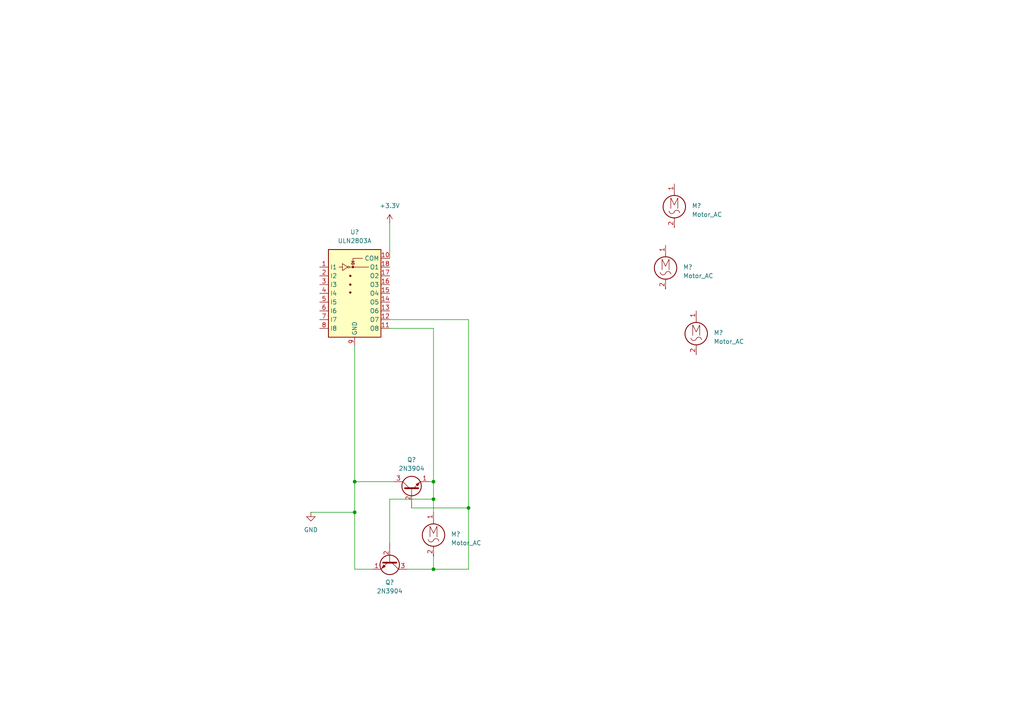
<source format=kicad_sch>
(kicad_sch (version 20211123) (generator eeschema)

  (uuid b3bf8c01-edc8-411f-a44e-476c60e777be)

  (paper "A4")

  (lib_symbols
    (symbol "Motor:Motor_AC" (pin_names (offset 0)) (in_bom yes) (on_board yes)
      (property "Reference" "M" (id 0) (at 2.54 2.54 0)
        (effects (font (size 1.27 1.27)) (justify left))
      )
      (property "Value" "Motor_AC" (id 1) (at 2.54 -5.08 0)
        (effects (font (size 1.27 1.27)) (justify left top))
      )
      (property "Footprint" "" (id 2) (at 0 -2.286 0)
        (effects (font (size 1.27 1.27)) hide)
      )
      (property "Datasheet" "~" (id 3) (at 0 -2.286 0)
        (effects (font (size 1.27 1.27)) hide)
      )
      (property "ki_keywords" "AC Motor" (id 4) (at 0 0 0)
        (effects (font (size 1.27 1.27)) hide)
      )
      (property "ki_description" "AC Motor" (id 5) (at 0 0 0)
        (effects (font (size 1.27 1.27)) hide)
      )
      (property "ki_fp_filters" "PinHeader*P2.54mm* TerminalBlock*" (id 6) (at 0 0 0)
        (effects (font (size 1.27 1.27)) hide)
      )
      (symbol "Motor_AC_0_0"
        (arc (start -1.524 -2.794) (mid -0.8654 -3.5217) (end 0 -3.048)
          (stroke (width 0) (type default) (color 0 0 0 0))
          (fill (type none))
        )
        (polyline
          (pts
            (xy -1.016 -2.032)
            (xy -1.016 1.016)
            (xy 0 -1.016)
            (xy 1.016 1.016)
            (xy 1.016 -2.032)
          )
          (stroke (width 0) (type default) (color 0 0 0 0))
          (fill (type none))
        )
        (arc (start 1.524 -3.302) (mid 0.85 -2.5503) (end 0 -3.048)
          (stroke (width 0) (type default) (color 0 0 0 0))
          (fill (type none))
        )
      )
      (symbol "Motor_AC_0_1"
        (circle (center 0 -1.524) (radius 3.2512)
          (stroke (width 0.254) (type default) (color 0 0 0 0))
          (fill (type none))
        )
        (polyline
          (pts
            (xy 0 -7.62)
            (xy 0 -7.112)
          )
          (stroke (width 0) (type default) (color 0 0 0 0))
          (fill (type none))
        )
        (polyline
          (pts
            (xy 0 -4.7752)
            (xy 0 -5.1816)
          )
          (stroke (width 0) (type default) (color 0 0 0 0))
          (fill (type none))
        )
        (polyline
          (pts
            (xy 0 1.7272)
            (xy 0 2.0828)
          )
          (stroke (width 0) (type default) (color 0 0 0 0))
          (fill (type none))
        )
        (polyline
          (pts
            (xy 0 2.032)
            (xy 0 2.54)
          )
          (stroke (width 0) (type default) (color 0 0 0 0))
          (fill (type none))
        )
      )
      (symbol "Motor_AC_1_1"
        (pin passive line (at 0 5.08 270) (length 2.54)
          (name "~" (effects (font (size 1.27 1.27))))
          (number "1" (effects (font (size 1.27 1.27))))
        )
        (pin passive line (at 0 -7.62 90) (length 2.54)
          (name "~" (effects (font (size 1.27 1.27))))
          (number "2" (effects (font (size 1.27 1.27))))
        )
      )
    )
    (symbol "Transistor_Array:ULN2803A" (in_bom yes) (on_board yes)
      (property "Reference" "U" (id 0) (at 0 13.335 0)
        (effects (font (size 1.27 1.27)))
      )
      (property "Value" "ULN2803A" (id 1) (at 0 11.43 0)
        (effects (font (size 1.27 1.27)))
      )
      (property "Footprint" "" (id 2) (at 1.27 -16.51 0)
        (effects (font (size 1.27 1.27)) (justify left) hide)
      )
      (property "Datasheet" "http://www.ti.com/lit/ds/symlink/uln2803a.pdf" (id 3) (at 2.54 -5.08 0)
        (effects (font (size 1.27 1.27)) hide)
      )
      (property "ki_keywords" "Darlington transistor array" (id 4) (at 0 0 0)
        (effects (font (size 1.27 1.27)) hide)
      )
      (property "ki_description" "Darlington Transistor Arrays, SOIC18/DIP18" (id 5) (at 0 0 0)
        (effects (font (size 1.27 1.27)) hide)
      )
      (property "ki_fp_filters" "DIP*W7.62mm* SOIC*7.5x11.6mm*P1.27mm*" (id 6) (at 0 0 0)
        (effects (font (size 1.27 1.27)) hide)
      )
      (symbol "ULN2803A_0_1"
        (rectangle (start -7.62 -15.24) (end 7.62 10.16)
          (stroke (width 0.254) (type default) (color 0 0 0 0))
          (fill (type background))
        )
        (circle (center -1.778 5.08) (radius 0.254)
          (stroke (width 0) (type default) (color 0 0 0 0))
          (fill (type none))
        )
        (circle (center -1.27 -2.286) (radius 0.254)
          (stroke (width 0) (type default) (color 0 0 0 0))
          (fill (type outline))
        )
        (circle (center -1.27 0) (radius 0.254)
          (stroke (width 0) (type default) (color 0 0 0 0))
          (fill (type outline))
        )
        (circle (center -1.27 2.54) (radius 0.254)
          (stroke (width 0) (type default) (color 0 0 0 0))
          (fill (type outline))
        )
        (circle (center -0.508 5.08) (radius 0.254)
          (stroke (width 0) (type default) (color 0 0 0 0))
          (fill (type outline))
        )
        (polyline
          (pts
            (xy -4.572 5.08)
            (xy -3.556 5.08)
          )
          (stroke (width 0) (type default) (color 0 0 0 0))
          (fill (type none))
        )
        (polyline
          (pts
            (xy -1.524 5.08)
            (xy 4.064 5.08)
          )
          (stroke (width 0) (type default) (color 0 0 0 0))
          (fill (type none))
        )
        (polyline
          (pts
            (xy 0 6.731)
            (xy -1.016 6.731)
          )
          (stroke (width 0) (type default) (color 0 0 0 0))
          (fill (type none))
        )
        (polyline
          (pts
            (xy -0.508 5.08)
            (xy -0.508 7.62)
            (xy 2.286 7.62)
          )
          (stroke (width 0) (type default) (color 0 0 0 0))
          (fill (type none))
        )
        (polyline
          (pts
            (xy -3.556 6.096)
            (xy -3.556 4.064)
            (xy -2.032 5.08)
            (xy -3.556 6.096)
          )
          (stroke (width 0) (type default) (color 0 0 0 0))
          (fill (type none))
        )
        (polyline
          (pts
            (xy 0 5.969)
            (xy -1.016 5.969)
            (xy -0.508 6.731)
            (xy 0 5.969)
          )
          (stroke (width 0) (type default) (color 0 0 0 0))
          (fill (type none))
        )
      )
      (symbol "ULN2803A_1_1"
        (pin input line (at -10.16 5.08 0) (length 2.54)
          (name "I1" (effects (font (size 1.27 1.27))))
          (number "1" (effects (font (size 1.27 1.27))))
        )
        (pin passive line (at 10.16 7.62 180) (length 2.54)
          (name "COM" (effects (font (size 1.27 1.27))))
          (number "10" (effects (font (size 1.27 1.27))))
        )
        (pin open_collector line (at 10.16 -12.7 180) (length 2.54)
          (name "O8" (effects (font (size 1.27 1.27))))
          (number "11" (effects (font (size 1.27 1.27))))
        )
        (pin open_collector line (at 10.16 -10.16 180) (length 2.54)
          (name "O7" (effects (font (size 1.27 1.27))))
          (number "12" (effects (font (size 1.27 1.27))))
        )
        (pin open_collector line (at 10.16 -7.62 180) (length 2.54)
          (name "O6" (effects (font (size 1.27 1.27))))
          (number "13" (effects (font (size 1.27 1.27))))
        )
        (pin open_collector line (at 10.16 -5.08 180) (length 2.54)
          (name "O5" (effects (font (size 1.27 1.27))))
          (number "14" (effects (font (size 1.27 1.27))))
        )
        (pin open_collector line (at 10.16 -2.54 180) (length 2.54)
          (name "O4" (effects (font (size 1.27 1.27))))
          (number "15" (effects (font (size 1.27 1.27))))
        )
        (pin open_collector line (at 10.16 0 180) (length 2.54)
          (name "O3" (effects (font (size 1.27 1.27))))
          (number "16" (effects (font (size 1.27 1.27))))
        )
        (pin open_collector line (at 10.16 2.54 180) (length 2.54)
          (name "O2" (effects (font (size 1.27 1.27))))
          (number "17" (effects (font (size 1.27 1.27))))
        )
        (pin open_collector line (at 10.16 5.08 180) (length 2.54)
          (name "O1" (effects (font (size 1.27 1.27))))
          (number "18" (effects (font (size 1.27 1.27))))
        )
        (pin input line (at -10.16 2.54 0) (length 2.54)
          (name "I2" (effects (font (size 1.27 1.27))))
          (number "2" (effects (font (size 1.27 1.27))))
        )
        (pin input line (at -10.16 0 0) (length 2.54)
          (name "I3" (effects (font (size 1.27 1.27))))
          (number "3" (effects (font (size 1.27 1.27))))
        )
        (pin input line (at -10.16 -2.54 0) (length 2.54)
          (name "I4" (effects (font (size 1.27 1.27))))
          (number "4" (effects (font (size 1.27 1.27))))
        )
        (pin input line (at -10.16 -5.08 0) (length 2.54)
          (name "I5" (effects (font (size 1.27 1.27))))
          (number "5" (effects (font (size 1.27 1.27))))
        )
        (pin input line (at -10.16 -7.62 0) (length 2.54)
          (name "I6" (effects (font (size 1.27 1.27))))
          (number "6" (effects (font (size 1.27 1.27))))
        )
        (pin input line (at -10.16 -10.16 0) (length 2.54)
          (name "I7" (effects (font (size 1.27 1.27))))
          (number "7" (effects (font (size 1.27 1.27))))
        )
        (pin input line (at -10.16 -12.7 0) (length 2.54)
          (name "I8" (effects (font (size 1.27 1.27))))
          (number "8" (effects (font (size 1.27 1.27))))
        )
        (pin power_in line (at 0 -17.78 90) (length 2.54)
          (name "GND" (effects (font (size 1.27 1.27))))
          (number "9" (effects (font (size 1.27 1.27))))
        )
      )
    )
    (symbol "Transistor_BJT:2N3904" (pin_names (offset 0) hide) (in_bom yes) (on_board yes)
      (property "Reference" "Q" (id 0) (at 5.08 1.905 0)
        (effects (font (size 1.27 1.27)) (justify left))
      )
      (property "Value" "2N3904" (id 1) (at 5.08 0 0)
        (effects (font (size 1.27 1.27)) (justify left))
      )
      (property "Footprint" "Package_TO_SOT_THT:TO-92_Inline" (id 2) (at 5.08 -1.905 0)
        (effects (font (size 1.27 1.27) italic) (justify left) hide)
      )
      (property "Datasheet" "https://www.onsemi.com/pub/Collateral/2N3903-D.PDF" (id 3) (at 0 0 0)
        (effects (font (size 1.27 1.27)) (justify left) hide)
      )
      (property "ki_keywords" "NPN Transistor" (id 4) (at 0 0 0)
        (effects (font (size 1.27 1.27)) hide)
      )
      (property "ki_description" "0.2A Ic, 40V Vce, Small Signal NPN Transistor, TO-92" (id 5) (at 0 0 0)
        (effects (font (size 1.27 1.27)) hide)
      )
      (property "ki_fp_filters" "TO?92*" (id 6) (at 0 0 0)
        (effects (font (size 1.27 1.27)) hide)
      )
      (symbol "2N3904_0_1"
        (polyline
          (pts
            (xy 0.635 0.635)
            (xy 2.54 2.54)
          )
          (stroke (width 0) (type default) (color 0 0 0 0))
          (fill (type none))
        )
        (polyline
          (pts
            (xy 0.635 -0.635)
            (xy 2.54 -2.54)
            (xy 2.54 -2.54)
          )
          (stroke (width 0) (type default) (color 0 0 0 0))
          (fill (type none))
        )
        (polyline
          (pts
            (xy 0.635 1.905)
            (xy 0.635 -1.905)
            (xy 0.635 -1.905)
          )
          (stroke (width 0.508) (type default) (color 0 0 0 0))
          (fill (type none))
        )
        (polyline
          (pts
            (xy 1.27 -1.778)
            (xy 1.778 -1.27)
            (xy 2.286 -2.286)
            (xy 1.27 -1.778)
            (xy 1.27 -1.778)
          )
          (stroke (width 0) (type default) (color 0 0 0 0))
          (fill (type outline))
        )
        (circle (center 1.27 0) (radius 2.8194)
          (stroke (width 0.254) (type default) (color 0 0 0 0))
          (fill (type none))
        )
      )
      (symbol "2N3904_1_1"
        (pin passive line (at 2.54 -5.08 90) (length 2.54)
          (name "E" (effects (font (size 1.27 1.27))))
          (number "1" (effects (font (size 1.27 1.27))))
        )
        (pin passive line (at -5.08 0 0) (length 5.715)
          (name "B" (effects (font (size 1.27 1.27))))
          (number "2" (effects (font (size 1.27 1.27))))
        )
        (pin passive line (at 2.54 5.08 270) (length 2.54)
          (name "C" (effects (font (size 1.27 1.27))))
          (number "3" (effects (font (size 1.27 1.27))))
        )
      )
    )
    (symbol "power:+3.3V" (power) (pin_names (offset 0)) (in_bom yes) (on_board yes)
      (property "Reference" "#PWR" (id 0) (at 0 -3.81 0)
        (effects (font (size 1.27 1.27)) hide)
      )
      (property "Value" "+3.3V" (id 1) (at 0 3.556 0)
        (effects (font (size 1.27 1.27)))
      )
      (property "Footprint" "" (id 2) (at 0 0 0)
        (effects (font (size 1.27 1.27)) hide)
      )
      (property "Datasheet" "" (id 3) (at 0 0 0)
        (effects (font (size 1.27 1.27)) hide)
      )
      (property "ki_keywords" "global power" (id 4) (at 0 0 0)
        (effects (font (size 1.27 1.27)) hide)
      )
      (property "ki_description" "Power symbol creates a global label with name \"+3.3V\"" (id 5) (at 0 0 0)
        (effects (font (size 1.27 1.27)) hide)
      )
      (symbol "+3.3V_0_1"
        (polyline
          (pts
            (xy -0.762 1.27)
            (xy 0 2.54)
          )
          (stroke (width 0) (type default) (color 0 0 0 0))
          (fill (type none))
        )
        (polyline
          (pts
            (xy 0 0)
            (xy 0 2.54)
          )
          (stroke (width 0) (type default) (color 0 0 0 0))
          (fill (type none))
        )
        (polyline
          (pts
            (xy 0 2.54)
            (xy 0.762 1.27)
          )
          (stroke (width 0) (type default) (color 0 0 0 0))
          (fill (type none))
        )
      )
      (symbol "+3.3V_1_1"
        (pin power_in line (at 0 0 90) (length 0) hide
          (name "+3.3V" (effects (font (size 1.27 1.27))))
          (number "1" (effects (font (size 1.27 1.27))))
        )
      )
    )
    (symbol "power:GND" (power) (pin_names (offset 0)) (in_bom yes) (on_board yes)
      (property "Reference" "#PWR" (id 0) (at 0 -6.35 0)
        (effects (font (size 1.27 1.27)) hide)
      )
      (property "Value" "GND" (id 1) (at 0 -3.81 0)
        (effects (font (size 1.27 1.27)))
      )
      (property "Footprint" "" (id 2) (at 0 0 0)
        (effects (font (size 1.27 1.27)) hide)
      )
      (property "Datasheet" "" (id 3) (at 0 0 0)
        (effects (font (size 1.27 1.27)) hide)
      )
      (property "ki_keywords" "global power" (id 4) (at 0 0 0)
        (effects (font (size 1.27 1.27)) hide)
      )
      (property "ki_description" "Power symbol creates a global label with name \"GND\" , ground" (id 5) (at 0 0 0)
        (effects (font (size 1.27 1.27)) hide)
      )
      (symbol "GND_0_1"
        (polyline
          (pts
            (xy 0 0)
            (xy 0 -1.27)
            (xy 1.27 -1.27)
            (xy 0 -2.54)
            (xy -1.27 -1.27)
            (xy 0 -1.27)
          )
          (stroke (width 0) (type default) (color 0 0 0 0))
          (fill (type none))
        )
      )
      (symbol "GND_1_1"
        (pin power_in line (at 0 0 270) (length 0) hide
          (name "GND" (effects (font (size 1.27 1.27))))
          (number "1" (effects (font (size 1.27 1.27))))
        )
      )
    )
  )

  (junction (at 102.87 139.7) (diameter 0) (color 0 0 0 0)
    (uuid 35bca576-49c4-4123-bb5b-d362a74ac9c2)
  )
  (junction (at 125.73 144.78) (diameter 0) (color 0 0 0 0)
    (uuid 60c93914-4d7a-4a37-904c-8138e8206c6d)
  )
  (junction (at 102.87 148.59) (diameter 0) (color 0 0 0 0)
    (uuid 97d432d8-3616-4add-a98b-3ca39ed00344)
  )
  (junction (at 135.89 147.32) (diameter 0) (color 0 0 0 0)
    (uuid 9e5722b8-8eba-4185-be6a-4ac278798d1d)
  )
  (junction (at 125.73 165.1) (diameter 0) (color 0 0 0 0)
    (uuid c30d01dd-a6bd-45e4-bc1e-56028bf90998)
  )
  (junction (at 125.73 139.7) (diameter 0) (color 0 0 0 0)
    (uuid ca0e3e0a-cb3b-4bf5-a42b-8f32df8ee1ce)
  )

  (wire (pts (xy 102.87 139.7) (xy 102.87 148.59))
    (stroke (width 0) (type default) (color 0 0 0 0))
    (uuid 1538b6d3-50d6-45f0-937c-49d11dd3a7ab)
  )
  (wire (pts (xy 113.03 92.71) (xy 135.89 92.71))
    (stroke (width 0) (type default) (color 0 0 0 0))
    (uuid 31febaa0-02c1-4db7-8a96-c65d71c9fcaa)
  )
  (wire (pts (xy 125.73 95.25) (xy 125.73 139.7))
    (stroke (width 0) (type default) (color 0 0 0 0))
    (uuid 3d410e2d-be33-49ec-a2ae-ef36301829ca)
  )
  (wire (pts (xy 124.46 139.7) (xy 125.73 139.7))
    (stroke (width 0) (type default) (color 0 0 0 0))
    (uuid 42b3a879-0630-4b78-9e1b-0d41c885e798)
  )
  (wire (pts (xy 125.73 144.78) (xy 125.73 148.59))
    (stroke (width 0) (type default) (color 0 0 0 0))
    (uuid 491fdfb5-e218-4dbd-9dbe-ad3b988a561a)
  )
  (wire (pts (xy 102.87 139.7) (xy 114.3 139.7))
    (stroke (width 0) (type default) (color 0 0 0 0))
    (uuid 4e97f1f2-357f-4b02-aed4-ae467bbc71d7)
  )
  (wire (pts (xy 113.03 64.77) (xy 113.03 74.93))
    (stroke (width 0) (type default) (color 0 0 0 0))
    (uuid 67e6b5cd-e079-4359-8cea-9a1e4ff6cdb6)
  )
  (wire (pts (xy 90.17 148.59) (xy 102.87 148.59))
    (stroke (width 0) (type default) (color 0 0 0 0))
    (uuid 687e171f-a27b-49aa-963a-f3b3ef04b7f5)
  )
  (wire (pts (xy 135.89 147.32) (xy 135.89 165.1))
    (stroke (width 0) (type default) (color 0 0 0 0))
    (uuid 7089d284-7c0e-434e-a7b8-ec7e8799d4a0)
  )
  (wire (pts (xy 125.73 139.7) (xy 125.73 144.78))
    (stroke (width 0) (type default) (color 0 0 0 0))
    (uuid 76f06596-a43b-44fe-a94c-e3bec73b3b44)
  )
  (wire (pts (xy 107.95 165.1) (xy 102.87 165.1))
    (stroke (width 0) (type default) (color 0 0 0 0))
    (uuid 778bcd6a-90af-4321-87af-cd1e1a4264c5)
  )
  (wire (pts (xy 102.87 100.33) (xy 102.87 139.7))
    (stroke (width 0) (type default) (color 0 0 0 0))
    (uuid 79775d3c-3132-4682-9339-82830afa5438)
  )
  (wire (pts (xy 102.87 148.59) (xy 102.87 165.1))
    (stroke (width 0) (type default) (color 0 0 0 0))
    (uuid 7ab94727-8566-4bd7-b8ec-fd358a71af2b)
  )
  (wire (pts (xy 125.73 95.25) (xy 113.03 95.25))
    (stroke (width 0) (type default) (color 0 0 0 0))
    (uuid 7b3d45aa-1710-4dd7-b2cb-acffca2e249f)
  )
  (wire (pts (xy 125.73 165.1) (xy 135.89 165.1))
    (stroke (width 0) (type default) (color 0 0 0 0))
    (uuid 8680ac93-c766-4968-a60d-ae28e9d71ec2)
  )
  (wire (pts (xy 119.38 147.32) (xy 135.89 147.32))
    (stroke (width 0) (type default) (color 0 0 0 0))
    (uuid 887c325a-ac82-4b44-bb9b-9cc0d22c9bc3)
  )
  (wire (pts (xy 113.03 144.78) (xy 125.73 144.78))
    (stroke (width 0) (type default) (color 0 0 0 0))
    (uuid aa1bf1c2-eb30-4861-9601-78e5fd0e4cfc)
  )
  (wire (pts (xy 113.03 144.78) (xy 113.03 157.48))
    (stroke (width 0) (type default) (color 0 0 0 0))
    (uuid acae2637-8564-422a-a580-75443122e74d)
  )
  (wire (pts (xy 125.73 161.29) (xy 125.73 165.1))
    (stroke (width 0) (type default) (color 0 0 0 0))
    (uuid b6c43188-56ca-4d08-9c92-9d9cd8b0edb1)
  )
  (wire (pts (xy 118.11 165.1) (xy 125.73 165.1))
    (stroke (width 0) (type default) (color 0 0 0 0))
    (uuid c8c0d70e-dd60-4156-8556-a78a13c4fd29)
  )
  (wire (pts (xy 135.89 92.71) (xy 135.89 147.32))
    (stroke (width 0) (type default) (color 0 0 0 0))
    (uuid f33b2ae3-da83-452d-86e9-d9034df600e0)
  )

  (symbol (lib_id "power:+3.3V") (at 113.03 64.77 0) (unit 1)
    (in_bom yes) (on_board yes) (fields_autoplaced)
    (uuid 24b83dff-e6fb-40d2-8e76-6f864bc82519)
    (property "Reference" "#PWR?" (id 0) (at 113.03 68.58 0)
      (effects (font (size 1.27 1.27)) hide)
    )
    (property "Value" "+3.3V" (id 1) (at 113.03 59.69 0))
    (property "Footprint" "" (id 2) (at 113.03 64.77 0)
      (effects (font (size 1.27 1.27)) hide)
    )
    (property "Datasheet" "" (id 3) (at 113.03 64.77 0)
      (effects (font (size 1.27 1.27)) hide)
    )
    (pin "1" (uuid 2d044e7d-a168-4fc2-97f2-f68b682b5c12))
  )

  (symbol (lib_id "Transistor_BJT:2N3904") (at 113.03 162.56 270) (unit 1)
    (in_bom yes) (on_board yes) (fields_autoplaced)
    (uuid 2d92d247-cdae-4e08-8882-e4a14e3d3de3)
    (property "Reference" "Q?" (id 0) (at 113.03 168.91 90))
    (property "Value" "2N3904" (id 1) (at 113.03 171.45 90))
    (property "Footprint" "Package_TO_SOT_THT:TO-92_Inline" (id 2) (at 111.125 167.64 0)
      (effects (font (size 1.27 1.27) italic) (justify left) hide)
    )
    (property "Datasheet" "https://www.onsemi.com/pub/Collateral/2N3903-D.PDF" (id 3) (at 113.03 162.56 0)
      (effects (font (size 1.27 1.27)) (justify left) hide)
    )
    (pin "1" (uuid 1bb2ad57-7606-450d-b08b-a3cab1c2647f))
    (pin "2" (uuid 29e84aaf-59aa-48dd-8554-f8d0a082de16))
    (pin "3" (uuid 45a4ed37-b244-4a44-9f95-f9c668d565f5))
  )

  (symbol (lib_id "Transistor_Array:ULN2803A") (at 102.87 82.55 0) (unit 1)
    (in_bom yes) (on_board yes) (fields_autoplaced)
    (uuid 482fd744-3c07-440f-8ea4-cef3e2c2bb9a)
    (property "Reference" "U?" (id 0) (at 102.87 67.31 0))
    (property "Value" "ULN2803A" (id 1) (at 102.87 69.85 0))
    (property "Footprint" "" (id 2) (at 104.14 99.06 0)
      (effects (font (size 1.27 1.27)) (justify left) hide)
    )
    (property "Datasheet" "http://www.ti.com/lit/ds/symlink/uln2803a.pdf" (id 3) (at 105.41 87.63 0)
      (effects (font (size 1.27 1.27)) hide)
    )
    (pin "1" (uuid 14b7d73e-e35f-44b0-8396-e3540fb6ba30))
    (pin "10" (uuid b1bdf8b7-3b2c-472c-9cb5-df932a7779db))
    (pin "11" (uuid 53e63ccc-0afb-4fd5-b787-fdd7fc49a3e4))
    (pin "12" (uuid af6810a2-8c19-446e-af47-d2dbc1accfec))
    (pin "13" (uuid 57c3fb21-7ce1-45fc-94af-589aebeb99a1))
    (pin "14" (uuid b0e7eed3-9c55-4932-969d-9fe0a1194582))
    (pin "15" (uuid 01e8aa78-4802-4334-8106-e7321826a204))
    (pin "16" (uuid c5efc203-c07d-40cc-a6c7-280b3c6d5bfd))
    (pin "17" (uuid a5e8f09d-8576-43b2-b4b5-c2e4a2e721b7))
    (pin "18" (uuid 942601e9-647b-4755-a03b-f02455f06c0b))
    (pin "2" (uuid fbd01ed1-d6b0-474c-9f91-807923ed9dd2))
    (pin "3" (uuid 8eb377f6-2a88-4790-9246-e03e1ba0a432))
    (pin "4" (uuid 8e6e38dd-3ede-491a-a2cc-dc4f080a4bf4))
    (pin "5" (uuid 29200025-bfaf-48eb-a1f3-0b341bbff269))
    (pin "6" (uuid a3640ae8-87c1-446b-952e-e82d19814822))
    (pin "7" (uuid 508fa59a-dea2-49ae-85ca-f6971437d37d))
    (pin "8" (uuid dfd298d3-7e52-4992-8cd9-5e73252f950a))
    (pin "9" (uuid 693d8ad3-e20b-4732-a736-59ea080fb7f1))
  )

  (symbol (lib_id "Transistor_BJT:2N3904") (at 119.38 142.24 90) (unit 1)
    (in_bom yes) (on_board yes) (fields_autoplaced)
    (uuid 6202f33f-cfef-41de-92b0-560d72712a24)
    (property "Reference" "Q?" (id 0) (at 119.38 133.35 90))
    (property "Value" "2N3904" (id 1) (at 119.38 135.89 90))
    (property "Footprint" "Package_TO_SOT_THT:TO-92_Inline" (id 2) (at 121.285 137.16 0)
      (effects (font (size 1.27 1.27) italic) (justify left) hide)
    )
    (property "Datasheet" "https://www.onsemi.com/pub/Collateral/2N3903-D.PDF" (id 3) (at 119.38 142.24 0)
      (effects (font (size 1.27 1.27)) (justify left) hide)
    )
    (pin "1" (uuid e0528704-5f4b-46e0-b8b2-5a91b893c0aa))
    (pin "2" (uuid 147e9a49-7403-4a27-a232-50c6d126525b))
    (pin "3" (uuid b5f3aa65-0674-4236-9948-68ee955bb0e1))
  )

  (symbol (lib_id "Motor:Motor_AC") (at 201.93 95.25 0) (unit 1)
    (in_bom yes) (on_board yes) (fields_autoplaced)
    (uuid 7866c2d4-9c9b-4d7c-9260-143d5af116e3)
    (property "Reference" "M?" (id 0) (at 207.01 96.5199 0)
      (effects (font (size 1.27 1.27)) (justify left))
    )
    (property "Value" "Motor_AC" (id 1) (at 207.01 99.0599 0)
      (effects (font (size 1.27 1.27)) (justify left))
    )
    (property "Footprint" "" (id 2) (at 201.93 97.536 0)
      (effects (font (size 1.27 1.27)) hide)
    )
    (property "Datasheet" "~" (id 3) (at 201.93 97.536 0)
      (effects (font (size 1.27 1.27)) hide)
    )
    (pin "1" (uuid 72c6238a-eec6-48cb-b969-830f12250e7e))
    (pin "2" (uuid a15ee437-ced8-41a4-b940-47e2569923d6))
  )

  (symbol (lib_id "Motor:Motor_AC") (at 195.58 58.42 0) (unit 1)
    (in_bom yes) (on_board yes) (fields_autoplaced)
    (uuid 80056733-32ca-49a0-af9d-34e7e51f87e4)
    (property "Reference" "M?" (id 0) (at 200.66 59.6899 0)
      (effects (font (size 1.27 1.27)) (justify left))
    )
    (property "Value" "Motor_AC" (id 1) (at 200.66 62.2299 0)
      (effects (font (size 1.27 1.27)) (justify left))
    )
    (property "Footprint" "" (id 2) (at 195.58 60.706 0)
      (effects (font (size 1.27 1.27)) hide)
    )
    (property "Datasheet" "~" (id 3) (at 195.58 60.706 0)
      (effects (font (size 1.27 1.27)) hide)
    )
    (pin "1" (uuid 57ec31bc-d39c-4157-a7fc-f5ea7e53c10b))
    (pin "2" (uuid cc4c0caa-558c-4392-8f6d-820c33934764))
  )

  (symbol (lib_id "Motor:Motor_AC") (at 193.04 76.2 0) (unit 1)
    (in_bom yes) (on_board yes) (fields_autoplaced)
    (uuid 84e54f5a-4c6e-46ea-8957-b2dea7a6a41d)
    (property "Reference" "M?" (id 0) (at 198.12 77.4699 0)
      (effects (font (size 1.27 1.27)) (justify left))
    )
    (property "Value" "Motor_AC" (id 1) (at 198.12 80.0099 0)
      (effects (font (size 1.27 1.27)) (justify left))
    )
    (property "Footprint" "" (id 2) (at 193.04 78.486 0)
      (effects (font (size 1.27 1.27)) hide)
    )
    (property "Datasheet" "~" (id 3) (at 193.04 78.486 0)
      (effects (font (size 1.27 1.27)) hide)
    )
    (pin "1" (uuid cb604879-a164-4528-a5f5-3def8093fb42))
    (pin "2" (uuid 2888a7c3-059e-4b6b-886c-1b8c7cc1e461))
  )

  (symbol (lib_id "Motor:Motor_AC") (at 125.73 153.67 0) (unit 1)
    (in_bom yes) (on_board yes) (fields_autoplaced)
    (uuid 995b5dc2-989f-48a3-8416-b7fd9e23f953)
    (property "Reference" "M?" (id 0) (at 130.81 154.9399 0)
      (effects (font (size 1.27 1.27)) (justify left))
    )
    (property "Value" "Motor_AC" (id 1) (at 130.81 157.4799 0)
      (effects (font (size 1.27 1.27)) (justify left))
    )
    (property "Footprint" "" (id 2) (at 125.73 155.956 0)
      (effects (font (size 1.27 1.27)) hide)
    )
    (property "Datasheet" "~" (id 3) (at 125.73 155.956 0)
      (effects (font (size 1.27 1.27)) hide)
    )
    (pin "1" (uuid 4d3c14c6-9f11-467c-bd2a-f45221cd8814))
    (pin "2" (uuid 61ee4715-476c-45e4-8ac7-866dd25f6fc3))
  )

  (symbol (lib_id "power:GND") (at 90.17 148.59 0) (unit 1)
    (in_bom yes) (on_board yes) (fields_autoplaced)
    (uuid fe08f22e-b213-40a2-b939-3e697c8c746c)
    (property "Reference" "#PWR?" (id 0) (at 90.17 154.94 0)
      (effects (font (size 1.27 1.27)) hide)
    )
    (property "Value" "GND" (id 1) (at 90.17 153.67 0))
    (property "Footprint" "" (id 2) (at 90.17 148.59 0)
      (effects (font (size 1.27 1.27)) hide)
    )
    (property "Datasheet" "" (id 3) (at 90.17 148.59 0)
      (effects (font (size 1.27 1.27)) hide)
    )
    (pin "1" (uuid 6e9b1fa1-2961-4dd2-a915-8cd3813b160f))
  )

  (sheet_instances
    (path "/" (page "1"))
  )

  (symbol_instances
    (path "/24b83dff-e6fb-40d2-8e76-6f864bc82519"
      (reference "#PWR?") (unit 1) (value "+3.3V") (footprint "")
    )
    (path "/fe08f22e-b213-40a2-b939-3e697c8c746c"
      (reference "#PWR?") (unit 1) (value "GND") (footprint "")
    )
    (path "/7866c2d4-9c9b-4d7c-9260-143d5af116e3"
      (reference "M?") (unit 1) (value "Motor_AC") (footprint "")
    )
    (path "/80056733-32ca-49a0-af9d-34e7e51f87e4"
      (reference "M?") (unit 1) (value "Motor_AC") (footprint "")
    )
    (path "/84e54f5a-4c6e-46ea-8957-b2dea7a6a41d"
      (reference "M?") (unit 1) (value "Motor_AC") (footprint "")
    )
    (path "/995b5dc2-989f-48a3-8416-b7fd9e23f953"
      (reference "M?") (unit 1) (value "Motor_AC") (footprint "")
    )
    (path "/2d92d247-cdae-4e08-8882-e4a14e3d3de3"
      (reference "Q?") (unit 1) (value "2N3904") (footprint "Package_TO_SOT_THT:TO-92_Inline")
    )
    (path "/6202f33f-cfef-41de-92b0-560d72712a24"
      (reference "Q?") (unit 1) (value "2N3904") (footprint "Package_TO_SOT_THT:TO-92_Inline")
    )
    (path "/482fd744-3c07-440f-8ea4-cef3e2c2bb9a"
      (reference "U?") (unit 1) (value "ULN2803A") (footprint "")
    )
  )
)

</source>
